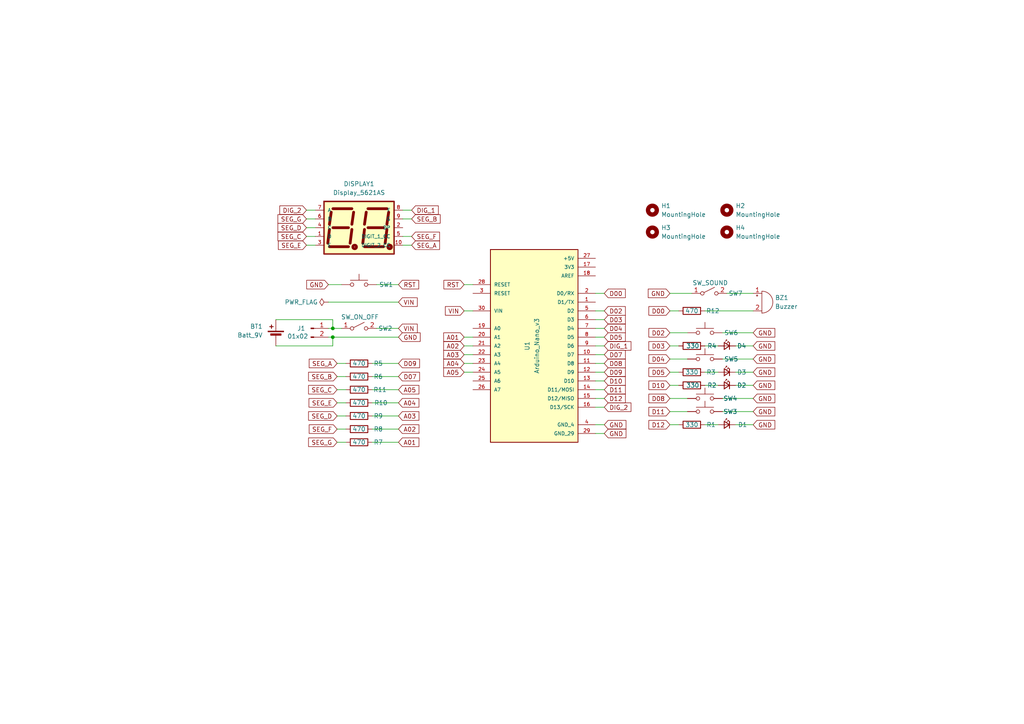
<source format=kicad_sch>
(kicad_sch (version 20250114) (generator "eeschema") (generator_version "9.0")
  (paper "A4")
  (lib_symbols
    (symbol "Connector:Conn_01x02_Pin" (pin_names (offset 1.016) (hide yes))
      (property "Reference" "J" (at 0 2.54 0))
      (property "Value" "Conn_01x02_Pin" (at 0 -5.08 0))
      (symbol "Conn_01x02_Pin_1_1"
        (rectangle (start 0.8636 0.127) (end 0 -0.127) (stroke (width 0.1524)) (fill (type outline)))
        (rectangle (start 0.8636 -2.413) (end 0 -2.667) (stroke (width 0.1524)) (fill (type outline)))
        (polyline (pts (xy 1.27 0) (xy 0.8636 0)) (stroke (width 0.1524)))
        (polyline (pts (xy 1.27 -2.54) (xy 0.8636 -2.54)) (stroke (width 0.1524)))
        (pin passive line (at 5.08 0 180) (length 3.81) (name "Pin_1") (number "1"))
        (pin passive line (at 5.08 -2.54 180) (length 3.81) (name "Pin_2") (number "2"))
      )
    )
    (symbol "Custom:Arduino_Nano_v3" (pin_names (offset 1.016))
      (property "Reference" "U1" (at -2.032 0 90))
      (property "Value" "Arduino_Nano_v3" (at 0.762 0 90))
      (symbol "Arduino_Nano_v3_0_0"
        (rectangle (start -12.7 27.94) (end 12.7 -27.94) (stroke (width 0.254)) (fill (type background)))
        (pin free line (at -17.78 17.78 0) (length 5.08) (name "RESET") (number "28"))
        (pin free line (at -17.78 15.24 0) (length 5.08) (name "RESET") (number "3"))
        (pin input line (at -17.78 10.16 0) (length 5.08) (name "VIN") (number "30"))
        (pin free line (at -17.78 5.08 0) (length 5.08) (name "A0") (number "19"))
        (pin input line (at -17.78 2.54 0) (length 5.08) (name "A1") (number "20"))
        (pin input line (at -17.78 0 0) (length 5.08) (name "A2") (number "21"))
        (pin input line (at -17.78 -2.54 0) (length 5.08) (name "A3") (number "22"))
        (pin input line (at -17.78 -5.08 0) (length 5.08) (name "A4") (number "23"))
        (pin input line (at -17.78 -7.62 0) (length 5.08) (name "A5") (number "24"))
        (pin free line (at -17.78 -10.16 0) (length 5.08) (name "A6") (number "25"))
        (pin free line (at -17.78 -12.7 0) (length 5.08) (name "A7") (number "26"))
        (pin free line (at 17.78 25.4 180) (length 5.08) (name "+5V") (number "27"))
        (pin free line (at 17.78 22.86 180) (length 5.08) (name "3V3") (number "17"))
        (pin free line (at 17.78 20.32 180) (length 5.08) (name "AREF") (number "18"))
        (pin bidirectional line (at 17.78 15.24 180) (length 5.08) (name "D0/RX") (number "2"))
        (pin free line (at 17.78 12.7 180) (length 5.08) (name "D1/TX") (number "1"))
        (pin bidirectional line (at 17.78 10.16 180) (length 5.08) (name "D2") (number "5"))
        (pin bidirectional line (at 17.78 7.62 180) (length 5.08) (name "D3") (number "6"))
        (pin bidirectional line (at 17.78 5.08 180) (length 5.08) (name "D4") (number "7"))
        (pin bidirectional line (at 17.78 2.54 180) (length 5.08) (name "D5") (number "8"))
        (pin bidirectional line (at 17.78 0 180) (length 5.08) (name "D6") (number "9"))
        (pin bidirectional line (at 17.78 -2.54 180) (length 5.08) (name "D7") (number "10"))
        (pin bidirectional line (at 17.78 -5.08 180) (length 5.08) (name "D8") (number "11"))
        (pin bidirectional line (at 17.78 -7.62 180) (length 5.08) (name "D9") (number "12"))
        (pin bidirectional line (at 17.78 -10.16 180) (length 5.08) (name "D10") (number "13"))
        (pin bidirectional line (at 17.78 -12.7 180) (length 5.08) (name "D11/MOSI") (number "14"))
        (pin bidirectional line (at 17.78 -15.24 180) (length 5.08) (name "D12/MISO") (number "15"))
        (pin bidirectional line (at 17.78 -17.78 180) (length 5.08) (name "D13/SCK") (number "16"))
        (pin passive line (at 17.78 -22.86 180) (length 5.08) (name "GND_4") (number "4"))
        (pin passive line (at 17.78 -25.4 180) (length 5.08) (name "GND_29") (number "29"))
      )
    )
    (symbol "Custom:Display_7S_CC_DIP10_VCC_C565S9" (pin_names (offset 1.016))
      (property "Reference" "FND1" (at 0 12.7 0))
      (property "Value" "Display_7S_CC_DIP10_5621AS-1" (at 0 10.16 0))
      (symbol "Display_7S_CC_DIP10_VCC_C565S9_0_0"
        (rectangle (start -10.16 -7.62) (end 10.16 7.62) (stroke (width 0.4064)) (fill (type background)))
        (polyline (pts (xy -8.5852 -0.508) (xy -9.0678 -4.4958)) (stroke (width 0.8128)))
        (polyline (pts (xy -8.5852 -5.5118) (xy -3.0734 -5.5118)) (stroke (width 0.8128)))
        (polyline (pts (xy -8.0772 4.4958) (xy -8.5852 0.9906)) (stroke (width 0.8128)))
        (polyline (pts (xy -7.5692 5.5118) (xy -2.0828 5.5118)) (stroke (width 0.8128)))
        (polyline (pts (xy -7.5692 0) (xy -3.0734 0)) (stroke (width 0.8128)))
        (polyline (pts (xy -2.0828 -0.508) (xy -2.5908 -4.4958)) (stroke (width 0.8128)))
        (polyline (pts (xy -1.5748 4.4958) (xy -2.0828 0.9906)) (stroke (width 0.8128)))
        (circle (center -1.27 -5.588) (radius 0.1016) (stroke (width 0.8128)))
        (polyline (pts (xy 1.5748 -0.508) (xy 1.0922 -4.4958)) (stroke (width 0.8128)))
        (polyline (pts (xy 1.5748 -5.5118) (xy 7.0866 -5.5118)) (stroke (width 0.8128)))
        (polyline (pts (xy 2.0828 4.4958) (xy 1.5748 0.9906)) (stroke (width 0.8128)))
        (polyline (pts (xy 2.5908 5.5118) (xy 8.0772 5.5118)) (stroke (width 0.8128)))
        (polyline (pts (xy 2.5908 0) (xy 7.0866 0)) (stroke (width 0.8128)))
        (polyline (pts (xy 8.0772 -0.508) (xy 7.5692 -4.4958)) (stroke (width 0.8128)))
        (polyline (pts (xy 8.5852 4.4958) (xy 8.0772 0.9906)) (stroke (width 0.8128)))
        (circle (center 8.89 -5.588) (radius 0.1016) (stroke (width 0.8128)))
        (pin bidirectional line (at -12.7 5.08 0) (length 2.54) (name "A") (number "7"))
        (pin bidirectional line (at -12.7 2.54 0) (length 2.54) (name "B") (number "6"))
        (pin bidirectional line (at -12.7 0 0) (length 2.54) (name "C") (number "4"))
        (pin bidirectional line (at -12.7 -2.54 0) (length 2.54) (name "D") (number "1"))
        (pin bidirectional line (at -12.7 -5.08 0) (length 2.54) (name "E") (number "3"))
        (pin bidirectional line (at 12.7 5.08 180) (length 2.54) (name "F") (number "8"))
        (pin bidirectional line (at 12.7 2.54 180) (length 2.54) (name "G") (number "9"))
        (pin free line (at 12.7 0 180) (length 2.54) (name "DP") (number "2"))
        (pin bidirectional line (at 12.7 -2.54 180) (length 2.54) (name "DIGIT_1_CC") (number "5"))
        (pin bidirectional line (at 12.7 -5.08 180) (length 2.54) (name "DIGIT_2_CC") (number "10"))
      )
    )
    (symbol "Device:Battery_Cell" (pin_numbers (hide yes)) (pin_names (offset 0) (hide yes))
      (property "Reference" "BT" (at 2.54 2.54 0))
      (property "Value" "Battery_Cell" (at 2.54 0 0))
      (symbol "Battery_Cell_0_1"
        (rectangle (start -2.286 1.778) (end 2.286 1.524) (fill (type outline)))
        (rectangle (start -1.524 1.016) (end 1.524 0.508) (fill (type outline)))
        (polyline (pts (xy 0 1.778) (xy 0 2.54)))
        (polyline (pts (xy 0 0.762) (xy 0 0)))
        (polyline (pts (xy 0.762 3.048) (xy 1.778 3.048)) (stroke (width 0.254)))
        (polyline (pts (xy 1.27 3.556) (xy 1.27 2.54)) (stroke (width 0.254)))
      )
      (symbol "Battery_Cell_1_1"
        (pin passive line (at 0 5.08 270) (length 2.54) (name "+") (number "1"))
        (pin passive line (at 0 -2.54 90) (length 2.54) (name "-") (number "2"))
      )
    )
    (symbol "Device:Buzzer" (pin_names (offset 0.0254) (hide yes))
      (property "Reference" "BZ" (at 3.81 1.27 0))
      (property "Value" "Buzzer" (at 3.81 -1.27 0))
      (symbol "Buzzer_0_1"
        (polyline (pts (xy -1.651 1.905) (xy -1.143 1.905)))
        (polyline (pts (xy -1.397 2.159) (xy -1.397 1.651)))
        (arc (start 0 3.175) (mid 3.1612 0) (end 0 -3.175))
        (polyline (pts (xy 0 3.175) (xy 0 -3.175)))
      )
      (symbol "Buzzer_1_1"
        (pin passive line (at -2.54 2.54 0) (length 2.54) (name "+") (number "1"))
        (pin passive line (at -2.54 -2.54 0) (length 2.54) (name "-") (number "2"))
      )
    )
    (symbol "Device:R" (pin_numbers (hide yes)) (pin_names (offset 0))
      (property "Reference" "R" (at 2.032 0 90))
      (property "Value" "R" (at 0 0 90))
      (symbol "R_0_1"
        (rectangle (start -1.016 -2.54) (end 1.016 2.54) (stroke (width 0.254)))
      )
      (symbol "R_1_1"
        (pin passive line (at 0 3.81 270) (length 1.27) (name "~") (number "1"))
        (pin passive line (at 0 -3.81 90) (length 1.27) (name "~") (number "2"))
      )
    )
    (symbol "Mechanical:MountingHole" (pin_names (offset 1.016)) (in_bom no)
      (property "Reference" "H" (at 0 5.08 0))
      (property "Value" "MountingHole" (at 0 3.175 0))
      (symbol "MountingHole_0_1"
        (circle (center 0 0) (radius 1.27) (stroke (width 1.27)))
      )
    )
    (symbol "PCM_SparkFun-LED:LED" (pin_numbers (hide yes)) (pin_names (offset 1.016) (hide yes))
      (property "Reference" "D" (at 0 2.54 0))
      (property "Value" "LED" (at 0 -2.54 0))
      (symbol "LED_0_1"
        (polyline (pts (xy -0.762 -1.016) (xy -0.762 1.016)) (stroke (width 0.254)))
        (polyline (pts (xy 0 0.762) (xy -0.508 1.27) (xy -0.254 1.27) (xy -0.508 1.27) (xy -0.508 1.016)))
        (polyline (pts (xy 0.508 1.27) (xy 0 1.778) (xy 0.254 1.778) (xy 0 1.778) (xy 0 1.524)))
        (polyline (pts (xy 0.762 -1.016) (xy -0.762 0) (xy 0.762 1.016) (xy 0.762 -1.016)) (stroke (width 0.254)))
        (polyline (pts (xy 1.016 0) (xy -0.762 0)))
      )
      (symbol "LED_1_1"
        (pin passive line (at -2.54 0 0) (length 1.778) (name "K") (number "1"))
        (pin passive line (at 2.54 0 180) (length 1.778) (name "A") (number "2"))
      )
    )
    (symbol "Switch:SW_Push" (pin_numbers (hide yes)) (pin_names (offset 1.016) (hide yes))
      (property "Reference" "SW" (at 1.27 2.54 0))
      (property "Value" "SW_Push" (at 0 -1.524 0))
      (symbol "SW_Push_0_1"
        (circle (center -2.032 0) (radius 0.508))
        (polyline (pts (xy 0 1.27) (xy 0 3.048)))
        (circle (center 2.032 0) (radius 0.508))
        (polyline (pts (xy 2.54 1.27) (xy -2.54 1.27)))
        (pin passive line (at -5.08 0 0) (length 2.54) (name "1") (number "1"))
        (pin passive line (at 5.08 0 180) (length 2.54) (name "2") (number "2"))
      )
    )
    (symbol "Switch:SW_SPST" (pin_names (offset 0) (hide yes))
      (property "Reference" "SW" (at 0 3.175 0))
      (property "Value" "SW_SPST" (at 0 -2.54 0))
      (symbol "SW_SPST_0_0"
        (circle (center -2.032 0) (radius 0.508))
        (polyline (pts (xy -1.524 0.254) (xy 1.524 1.778)))
        (circle (center 2.032 0) (radius 0.508))
      )
      (symbol "SW_SPST_1_1"
        (pin passive line (at -5.08 0 0) (length 2.54) (name "A") (number "1"))
        (pin passive line (at 5.08 0 180) (length 2.54) (name "B") (number "2"))
      )
    )
    (symbol "power:PWR_FLAG" (power) (pin_numbers (hide yes)) (pin_names (offset 0) (hide yes))
      (property "Value" "PWR_FLAG" (at 0 3.81 0))
      (symbol "PWR_FLAG_0_0"
        (pin power_out line (at 0 0 90) (length 0) (name "~") (number "1"))
      )
      (symbol "PWR_FLAG_0_1"
        (polyline (pts (xy 0 0) (xy 0 1.27) (xy -1.016 1.905) (xy 0 2.54) (xy 1.016 1.905) (xy 0 1.27)))
      )
    )
  )
  (junction (at 96.52 95.25))
  (junction (at 96.52 97.79))
  (wire (pts (xy 116.84 63.5) (xy 119.38 63.5)))
  (wire (pts (xy 194.31 123.19) (xy 196.85 123.19)))
  (wire (pts (xy 172.72 125.73) (xy 175.26 125.73)))
  (wire (pts (xy 218.44 115.57) (xy 209.55 115.57)))
  (wire (pts (xy 97.79 128.27) (xy 100.33 128.27)))
  (wire (pts (xy 134.62 90.17) (xy 137.16 90.17)))
  (wire (pts (xy 96.52 97.79) (xy 115.57 97.79)))
  (wire (pts (xy 96.52 95.25) (xy 99.06 95.25)))
  (wire (pts (xy 134.62 102.87) (xy 137.16 102.87)))
  (wire (pts (xy 97.79 109.22) (xy 100.33 109.22)))
  (wire (pts (xy 204.47 90.17) (xy 218.44 90.17)))
  (wire (pts (xy 88.9 66.04) (xy 91.44 66.04)))
  (wire (pts (xy 95.25 95.25) (xy 96.52 95.25)))
  (wire (pts (xy 97.79 120.65) (xy 100.33 120.65)))
  (wire (pts (xy 194.31 107.95) (xy 196.85 107.95)))
  (wire (pts (xy 134.62 100.33) (xy 137.16 100.33)))
  (wire (pts (xy 107.95 120.65) (xy 115.57 120.65)))
  (wire (pts (xy 88.9 71.12) (xy 91.44 71.12)))
  (wire (pts (xy 107.95 128.27) (xy 115.57 128.27)))
  (wire (pts (xy 194.31 104.14) (xy 199.39 104.14)))
  (wire (pts (xy 172.72 113.03) (xy 175.26 113.03)))
  (wire (pts (xy 194.31 100.33) (xy 196.85 100.33)))
  (wire (pts (xy 116.84 68.58) (xy 119.38 68.58)))
  (wire (pts (xy 88.9 63.5) (xy 91.44 63.5)))
  (wire (pts (xy 172.72 100.33) (xy 175.26 100.33)))
  (wire (pts (xy 97.79 105.41) (xy 100.33 105.41)))
  (wire (pts (xy 213.36 123.19) (xy 218.44 123.19)))
  (wire (pts (xy 134.62 97.79) (xy 137.16 97.79)))
  (wire (pts (xy 209.55 96.52) (xy 218.44 96.52)))
  (wire (pts (xy 213.36 107.95) (xy 218.44 107.95)))
  (wire (pts (xy 134.62 105.41) (xy 137.16 105.41)))
  (wire (pts (xy 172.72 115.57) (xy 175.26 115.57)))
  (wire (pts (xy 95.25 87.63) (xy 115.57 87.63)))
  (wire (pts (xy 107.95 105.41) (xy 115.57 105.41)))
  (wire (pts (xy 172.72 95.25) (xy 175.26 95.25)))
  (wire (pts (xy 194.31 119.38) (xy 199.39 119.38)))
  (wire (pts (xy 213.36 111.76) (xy 218.44 111.76)))
  (wire (pts (xy 194.31 85.09) (xy 200.66 85.09)))
  (wire (pts (xy 194.31 96.52) (xy 199.39 96.52)))
  (wire (pts (xy 172.72 107.95) (xy 175.26 107.95)))
  (wire (pts (xy 88.9 68.58) (xy 91.44 68.58)))
  (wire (pts (xy 213.36 100.33) (xy 218.44 100.33)))
  (wire (pts (xy 96.52 92.71) (xy 96.52 95.25)))
  (wire (pts (xy 95.25 82.55) (xy 99.06 82.55)))
  (wire (pts (xy 194.31 111.76) (xy 196.85 111.76)))
  (wire (pts (xy 107.95 124.46) (xy 115.57 124.46)))
  (wire (pts (xy 194.31 115.57) (xy 199.39 115.57)))
  (wire (pts (xy 97.79 124.46) (xy 100.33 124.46)))
  (wire (pts (xy 97.79 113.03) (xy 100.33 113.03)))
  (wire (pts (xy 107.95 109.22) (xy 115.57 109.22)))
  (wire (pts (xy 210.82 85.09) (xy 218.44 85.09)))
  (wire (pts (xy 107.95 113.03) (xy 115.57 113.03)))
  (wire (pts (xy 172.72 97.79) (xy 175.26 97.79)))
  (wire (pts (xy 96.52 100.33) (xy 96.52 97.79)))
  (wire (pts (xy 97.79 116.84) (xy 100.33 116.84)))
  (wire (pts (xy 172.72 118.11) (xy 175.26 118.11)))
  (wire (pts (xy 204.47 123.19) (xy 208.28 123.19)))
  (wire (pts (xy 88.9 60.96) (xy 91.44 60.96)))
  (wire (pts (xy 194.31 90.17) (xy 196.85 90.17)))
  (wire (pts (xy 107.95 116.84) (xy 115.57 116.84)))
  (wire (pts (xy 80.01 92.71) (xy 96.52 92.71)))
  (wire (pts (xy 134.62 82.55) (xy 137.16 82.55)))
  (wire (pts (xy 172.72 85.09) (xy 175.26 85.09)))
  (wire (pts (xy 134.62 107.95) (xy 137.16 107.95)))
  (wire (pts (xy 109.22 82.55) (xy 115.57 82.55)))
  (wire (pts (xy 172.72 102.87) (xy 175.26 102.87)))
  (wire (pts (xy 204.47 100.33) (xy 208.28 100.33)))
  (wire (pts (xy 172.72 105.41) (xy 175.26 105.41)))
  (wire (pts (xy 172.72 90.17) (xy 175.26 90.17)))
  (wire (pts (xy 109.22 95.25) (xy 115.57 95.25)))
  (wire (pts (xy 204.47 111.76) (xy 208.28 111.76)))
  (wire (pts (xy 172.72 110.49) (xy 175.26 110.49)))
  (wire (pts (xy 218.44 104.14) (xy 209.55 104.14)))
  (wire (pts (xy 116.84 71.12) (xy 119.38 71.12)))
  (wire (pts (xy 204.47 107.95) (xy 208.28 107.95)))
  (wire (pts (xy 116.84 60.96) (xy 119.38 60.96)))
  (wire (pts (xy 95.25 97.79) (xy 96.52 97.79)))
  (wire (pts (xy 80.01 100.33) (xy 96.52 100.33)))
  (wire (pts (xy 218.44 119.38) (xy 209.55 119.38)))
  (wire (pts (xy 172.72 123.19) (xy 175.26 123.19)))
  (wire (pts (xy 172.72 92.71) (xy 175.26 92.71)))
  (global_label "D00" (shape input) (at 194.31 90.17 180) (property "Intersheetrefs" "${INTERSHEET_REFS}" (effects (hide yes))))
  (global_label "GND" (shape input) (at 218.44 123.19 0) (property "Intersheetrefs" "${INTERSHEET_REFS}" (effects (hide yes))))
  (global_label "SEG_B" (shape input) (at 97.79 109.22 180) (property "Intersheetrefs" "${INTERSHEET_REFS}" (effects (hide yes))))
  (global_label "SEG_D" (shape input) (at 97.79 120.65 180) (property "Intersheetrefs" "${INTERSHEET_REFS}" (effects (hide yes))))
  (global_label "D02" (shape input) (at 175.26 90.17 0) (property "Intersheetrefs" "${INTERSHEET_REFS}" (effects (hide yes))))
  (global_label "D07" (shape input) (at 115.57 109.22 0) (property "Intersheetrefs" "${INTERSHEET_REFS}" (effects (hide yes))))
  (global_label "D00" (shape input) (at 175.26 85.09 0) (property "Intersheetrefs" "${INTERSHEET_REFS}" (effects (hide yes))))
  (global_label "D09" (shape input) (at 175.26 107.95 0) (property "Intersheetrefs" "${INTERSHEET_REFS}" (effects (hide yes))))
  (global_label "GND" (shape input) (at 218.44 111.76 0) (property "Intersheetrefs" "${INTERSHEET_REFS}" (effects (hide yes))))
  (global_label "A02" (shape input) (at 115.57 124.46 0) (property "Intersheetrefs" "${INTERSHEET_REFS}" (effects (hide yes))))
  (global_label "A03" (shape input) (at 115.57 120.65 0) (property "Intersheetrefs" "${INTERSHEET_REFS}" (effects (hide yes))))
  (global_label "D10" (shape input) (at 175.26 110.49 0) (property "Intersheetrefs" "${INTERSHEET_REFS}" (effects (hide yes))))
  (global_label "D12" (shape input) (at 194.31 123.19 180) (property "Intersheetrefs" "${INTERSHEET_REFS}" (effects (hide yes))))
  (global_label "VIN" (shape input) (at 134.62 90.17 180) (property "Intersheetrefs" "${INTERSHEET_REFS}" (effects (hide yes))))
  (global_label "SEG_F" (shape input) (at 97.79 124.46 180) (property "Intersheetrefs" "${INTERSHEET_REFS}" (effects (hide yes))))
  (global_label "D03" (shape input) (at 175.26 92.71 0) (property "Intersheetrefs" "${INTERSHEET_REFS}" (effects (hide yes))))
  (global_label "GND" (shape input) (at 115.57 97.79 0) (property "Intersheetrefs" "${INTERSHEET_REFS}" (effects (hide yes))))
  (global_label "D11" (shape input) (at 194.31 119.38 180) (property "Intersheetrefs" "${INTERSHEET_REFS}" (effects (hide yes))))
  (global_label "SEG_G" (shape input) (at 88.9 63.5 180) (property "Intersheetrefs" "${INTERSHEET_REFS}" (effects (hide yes))))
  (global_label "GND" (shape input) (at 175.26 123.19 0) (property "Intersheetrefs" "${INTERSHEET_REFS}" (effects (hide yes))))
  (global_label "D08" (shape input) (at 175.26 105.41 0) (property "Intersheetrefs" "${INTERSHEET_REFS}" (effects (hide yes))))
  (global_label "SEG_G" (shape input) (at 97.79 128.27 180) (property "Intersheetrefs" "${INTERSHEET_REFS}" (effects (hide yes))))
  (global_label "DIG_2" (shape input) (at 175.26 118.11 0) (property "Intersheetrefs" "${INTERSHEET_REFS}" (effects (hide yes))))
  (global_label "D07" (shape input) (at 175.26 102.87 0) (property "Intersheetrefs" "${INTERSHEET_REFS}" (effects (hide yes))))
  (global_label "SEG_D" (shape input) (at 88.9 66.04 180) (property "Intersheetrefs" "${INTERSHEET_REFS}" (effects (hide yes))))
  (global_label "GND" (shape input) (at 175.26 125.73 0) (property "Intersheetrefs" "${INTERSHEET_REFS}" (effects (hide yes))))
  (global_label "VIN" (shape input) (at 115.57 87.63 0) (property "Intersheetrefs" "${INTERSHEET_REFS}" (effects (hide yes))))
  (global_label "D10" (shape input) (at 194.31 111.76 180) (property "Intersheetrefs" "${INTERSHEET_REFS}" (effects (hide yes))))
  (global_label "GND" (shape input) (at 218.44 104.14 0) (property "Intersheetrefs" "${INTERSHEET_REFS}" (effects (hide yes))))
  (global_label "DIG_1" (shape input) (at 175.26 100.33 0) (property "Intersheetrefs" "${INTERSHEET_REFS}" (effects (hide yes))))
  (global_label "D05" (shape input) (at 194.31 107.95 180) (property "Intersheetrefs" "${INTERSHEET_REFS}" (effects (hide yes))))
  (global_label "VIN" (shape input) (at 115.57 95.25 0) (property "Intersheetrefs" "${INTERSHEET_REFS}" (effects (hide yes))))
  (global_label "A05" (shape input) (at 134.62 107.95 180) (property "Intersheetrefs" "${INTERSHEET_REFS}" (effects (hide yes))))
  (global_label "GND" (shape input) (at 218.44 115.57 0) (property "Intersheetrefs" "${INTERSHEET_REFS}" (effects (hide yes))))
  (global_label "DIG_1" (shape input) (at 119.38 60.96 0) (property "Intersheetrefs" "${INTERSHEET_REFS}" (effects (hide yes))))
  (global_label "GND" (shape input) (at 218.44 96.52 0) (property "Intersheetrefs" "${INTERSHEET_REFS}" (effects (hide yes))))
  (global_label "D08" (shape input) (at 194.31 115.57 180) (property "Intersheetrefs" "${INTERSHEET_REFS}" (effects (hide yes))))
  (global_label "RST" (shape input) (at 134.62 82.55 180) (property "Intersheetrefs" "${INTERSHEET_REFS}" (effects (hide yes))))
  (global_label "A05" (shape input) (at 115.57 113.03 0) (property "Intersheetrefs" "${INTERSHEET_REFS}" (effects (hide yes))))
  (global_label "A02" (shape input) (at 134.62 100.33 180) (property "Intersheetrefs" "${INTERSHEET_REFS}" (effects (hide yes))))
  (global_label "GND" (shape input) (at 95.25 82.55 180) (property "Intersheetrefs" "${INTERSHEET_REFS}" (effects (hide yes))))
  (global_label "A01" (shape input) (at 134.62 97.79 180) (property "Intersheetrefs" "${INTERSHEET_REFS}" (effects (hide yes))))
  (global_label "D11" (shape input) (at 175.26 113.03 0) (property "Intersheetrefs" "${INTERSHEET_REFS}" (effects (hide yes))))
  (global_label "D04" (shape input) (at 194.31 104.14 180) (property "Intersheetrefs" "${INTERSHEET_REFS}" (effects (hide yes))))
  (global_label "A04" (shape input) (at 115.57 116.84 0) (property "Intersheetrefs" "${INTERSHEET_REFS}" (effects (hide yes))))
  (global_label "SEG_A" (shape input) (at 119.38 71.12 0) (property "Intersheetrefs" "${INTERSHEET_REFS}" (effects (hide yes))))
  (global_label "D12" (shape input) (at 175.26 115.57 0) (property "Intersheetrefs" "${INTERSHEET_REFS}" (effects (hide yes))))
  (global_label "A04" (shape input) (at 134.62 105.41 180) (property "Intersheetrefs" "${INTERSHEET_REFS}" (effects (hide yes))))
  (global_label "A01" (shape input) (at 115.57 128.27 0) (property "Intersheetrefs" "${INTERSHEET_REFS}" (effects (hide yes))))
  (global_label "SEG_E" (shape input) (at 97.79 116.84 180) (property "Intersheetrefs" "${INTERSHEET_REFS}" (effects (hide yes))))
  (global_label "GND" (shape input) (at 218.44 100.33 0) (property "Intersheetrefs" "${INTERSHEET_REFS}" (effects (hide yes))))
  (global_label "RST" (shape input) (at 115.57 82.55 0) (property "Intersheetrefs" "${INTERSHEET_REFS}" (effects (hide yes))))
  (global_label "D05" (shape input) (at 175.26 97.79 0) (property "Intersheetrefs" "${INTERSHEET_REFS}" (effects (hide yes))))
  (global_label "SEG_C" (shape input) (at 97.79 113.03 180) (property "Intersheetrefs" "${INTERSHEET_REFS}" (effects (hide yes))))
  (global_label "DIG_2" (shape input) (at 88.9 60.96 180) (property "Intersheetrefs" "${INTERSHEET_REFS}" (effects (hide yes))))
  (global_label "GND" (shape input) (at 194.31 85.09 180) (property "Intersheetrefs" "${INTERSHEET_REFS}" (effects (hide yes))))
  (global_label "GND" (shape input) (at 218.44 107.95 0) (property "Intersheetrefs" "${INTERSHEET_REFS}" (effects (hide yes))))
  (global_label "GND" (shape input) (at 218.44 119.38 0) (property "Intersheetrefs" "${INTERSHEET_REFS}" (effects (hide yes))))
  (global_label "SEG_A" (shape input) (at 97.79 105.41 180) (property "Intersheetrefs" "${INTERSHEET_REFS}" (effects (hide yes))))
  (global_label "SEG_B" (shape input) (at 119.38 63.5 0) (property "Intersheetrefs" "${INTERSHEET_REFS}" (effects (hide yes))))
  (global_label "D02" (shape input) (at 194.31 96.52 180) (property "Intersheetrefs" "${INTERSHEET_REFS}" (effects (hide yes))))
  (global_label "SEG_E" (shape input) (at 88.9 71.12 180) (property "Intersheetrefs" "${INTERSHEET_REFS}" (effects (hide yes))))
  (global_label "A03" (shape input) (at 134.62 102.87 180) (property "Intersheetrefs" "${INTERSHEET_REFS}" (effects (hide yes))))
  (global_label "SEG_F" (shape input) (at 119.38 68.58 0) (property "Intersheetrefs" "${INTERSHEET_REFS}" (effects (hide yes))))
  (global_label "SEG_C" (shape input) (at 88.9 68.58 180) (property "Intersheetrefs" "${INTERSHEET_REFS}" (effects (hide yes))))
  (global_label "D03" (shape input) (at 194.31 100.33 180) (property "Intersheetrefs" "${INTERSHEET_REFS}" (effects (hide yes))))
  (global_label "D04" (shape input) (at 175.26 95.25 0) (property "Intersheetrefs" "${INTERSHEET_REFS}" (effects (hide yes))))
  (global_label "D09" (shape input) (at 115.57 105.41 0) (property "Intersheetrefs" "${INTERSHEET_REFS}" (effects (hide yes))))
  (symbol (lib_id "Device:R") (at 104.14 105.41 270) (mirror x) (unit 1)
    (property "Reference" "R5" (at 109.728 105.41 90))
    (property "Value" "470" (at 104.14 105.41 90))
    (property "Footprint" "Resistor_THT:R_Axial_DIN0204_L3.6mm_D1.6mm_P2.54mm_Vertical" (effects (hide yes)))
    (property "Description" "Resistor" (effects (hide yes)))
  )
  (symbol (lib_id "Switch:SW_SPST") (at 104.14 95.25 0) (unit 1)
    (property "Reference" "SW2" (at 111.76 95.25 0))
    (property "Value" "SW_ON_OFF" (at 104.394 91.948 0))
    (property "Footprint" "Button_Switch_THT:SW_DIP_SPSTx01_Slide_9.78x4.72mm_W7.62mm_P2.54mm" (effects (hide yes)))
    (property "Description" "Single Pole Single Throw (SPST) switch" (effects (hide yes)))
  )
  (symbol (lib_id "Device:R") (at 104.14 124.46 90) (unit 1)
    (property "Reference" "R8" (at 109.728 124.46 90))
    (property "Value" "470" (at 104.14 124.46 90))
    (property "Footprint" "Resistor_THT:R_Axial_DIN0204_L3.6mm_D1.6mm_P2.54mm_Vertical" (effects (hide yes)))
    (property "Description" "Resistor" (effects (hide yes)))
  )
  (symbol (lib_id "Switch:SW_Push") (at 204.47 104.14 0) (unit 1)
    (property "Reference" "SW5" (at 212.09 104.14 0))
    (property "Value" "SW_Push" (effects (hide yes)))
    (property "Footprint" "Button_Switch_THT:SW_PUSH_6mm_H9.5mm" (effects (hide yes)))
    (property "Description" "Push button switch, generic, two pins" (effects (hide yes)))
  )
  (symbol (lib_id "Device:R") (at 104.14 128.27 90) (unit 1)
    (property "Reference" "R7" (at 109.728 128.27 90))
    (property "Value" "470" (at 104.14 128.27 90))
    (property "Footprint" "Resistor_THT:R_Axial_DIN0204_L3.6mm_D1.6mm_P2.54mm_Vertical" (effects (hide yes)))
    (property "Description" "Resistor" (effects (hide yes)))
  )
  (symbol (lib_id "Switch:SW_Push") (at 204.47 96.52 0) (unit 1)
    (property "Reference" "SW6" (at 212.09 96.52 0))
    (property "Value" "SW_Push" (effects (hide yes)))
    (property "Footprint" "Button_Switch_THT:SW_PUSH_6mm_H9.5mm" (effects (hide yes)))
    (property "Description" "Push button switch, generic, two pins" (effects (hide yes)))
  )
  (symbol (lib_id "Switch:SW_Push") (at 104.14 82.55 0) (unit 1)
    (property "Reference" "SW1" (at 112.014 82.55 0))
    (property "Value" "SW_Push" (effects (hide yes)))
    (property "Footprint" "Button_Switch_THT:SW_PUSH_6mm_H9.5mm" (effects (hide yes)))
    (property "Description" "Push button switch, generic, two pins" (effects (hide yes)))
  )
  (symbol (lib_id "Device:R") (at 200.66 90.17 90) (unit 1)
    (property "Reference" "R12" (at 206.756 90.17 90))
    (property "Value" "470" (at 200.66 90.17 90))
    (property "Footprint" "Resistor_THT:R_Axial_DIN0204_L3.6mm_D1.6mm_P2.54mm_Vertical" (effects (hide yes)))
    (property "Description" "Resistor" (effects (hide yes)))
  )
  (symbol (lib_id "Device:R") (at 200.66 100.33 90) (unit 1)
    (property "Reference" "R4" (at 206.502 100.33 90))
    (property "Value" "330" (at 200.914 100.33 90))
    (property "Footprint" "Resistor_THT:R_Axial_DIN0204_L3.6mm_D1.6mm_P2.54mm_Vertical" (effects (hide yes)))
    (property "Description" "Resistor" (effects (hide yes)))
  )
  (symbol (lib_id "power:PWR_FLAG") (at 95.25 87.63 90) (unit 1)
    (property "Reference" "#FLG01" (effects (hide yes)))
    (property "Value" "PWR_FLAG" (at 92.202 87.63 90) (effects (justify left)))
    (property "Description" "Special symbol for telling ERC where power comes from" (effects (hide yes)))
  )
  (symbol (lib_id "Device:R") (at 200.66 123.19 90) (unit 1)
    (property "Reference" "R1" (at 206.248 123.19 90))
    (property "Value" "330" (at 200.66 123.19 90))
    (property "Footprint" "Resistor_THT:R_Axial_DIN0204_L3.6mm_D1.6mm_P2.54mm_Vertical" (effects (hide yes)))
    (property "Description" "Resistor" (effects (hide yes)))
  )
  (symbol (lib_id "Mechanical:MountingHole") (at 210.82 60.96 0) (unit 1) (in_bom no)
    (property "Reference" "H2" (at 213.36 59.6899 0) (effects (justify left)))
    (property "Value" "MountingHole" (at 213.36 62.2299 0) (effects (justify left)))
    (property "Footprint" "MountingHole:MountingHole_2mm" (effects (hide yes)))
    (property "Description" "Mounting Hole without connection" (effects (hide yes)))
  )
  (symbol (lib_id "Device:R") (at 104.14 120.65 90) (unit 1)
    (property "Reference" "R9" (at 109.728 120.65 90))
    (property "Value" "470" (at 104.14 120.65 90))
    (property "Footprint" "Resistor_THT:R_Axial_DIN0204_L3.6mm_D1.6mm_P2.54mm_Vertical" (effects (hide yes)))
    (property "Description" "Resistor" (effects (hide yes)))
  )
  (symbol (lib_id "Mechanical:MountingHole") (at 189.23 67.31 0) (unit 1) (in_bom no)
    (property "Reference" "H3" (at 191.77 66.0399 0) (effects (justify left)))
    (property "Value" "MountingHole" (at 191.77 68.5799 0) (effects (justify left)))
    (property "Footprint" "MountingHole:MountingHole_2mm" (effects (hide yes)))
    (property "Description" "Mounting Hole without connection" (effects (hide yes)))
  )
  (symbol (lib_id "Device:Buzzer") (at 220.98 87.63 0) (unit 1)
    (property "Reference" "BZ1" (at 224.79 86.3599 0) (effects (justify left)))
    (property "Value" "Buzzer" (at 224.79 88.8999 0) (effects (justify left)))
    (property "Footprint" "Buzzer_Beeper:Buzzer_12x9.5RM7.6" (effects (hide yes)))
    (property "Description" "Buzzer, polarized" (effects (hide yes)))
  )
  (symbol (lib_id "Device:Battery_Cell") (at 80.01 97.79 0) (mirror y) (unit 1)
    (property "Reference" "BT1" (at 76.2 94.6784 0) (effects (justify left)))
    (property "Value" "Batt_9V" (at 76.2 97.2184 0) (effects (justify left)))
    (property "Footprint" "Battery:BatteryHolder_Eagle_12BH611-GR" (effects (hide yes)))
    (property "Description" "Single-cell battery" (effects (hide yes)))
  )
  (symbol (lib_id "Mechanical:MountingHole") (at 210.82 67.31 0) (unit 1) (in_bom no)
    (property "Reference" "H4" (at 213.36 66.0399 0) (effects (justify left)))
    (property "Value" "MountingHole" (at 213.36 68.5799 0) (effects (justify left)))
    (property "Footprint" "MountingHole:MountingHole_2mm" (effects (hide yes)))
    (property "Description" "Mounting Hole without connection" (effects (hide yes)))
  )
  (symbol (lib_id "PCM_SparkFun-LED:LED") (at 210.82 107.95 0) (mirror y) (unit 1)
    (property "Reference" "D3" (at 215.138 107.95 0))
    (property "Value" "LED" (effects (hide yes)))
    (property "Footprint" "LED_THT:LED_D5.0mm" (effects (hide yes)))
    (property "Description" "Light emitting diode" (effects (hide yes)))
    (property "PROD_ID" "LED-" (effects (hide yes)))
  )
  (symbol (lib_id "Switch:SW_Push") (at 204.47 119.38 0) (unit 1)
    (property "Reference" "SW3" (at 211.836 119.38 0))
    (property "Value" "SW_Push" (effects (hide yes)))
    (property "Footprint" "Button_Switch_THT:SW_PUSH_6mm_H9.5mm" (effects (hide yes)))
    (property "Description" "Push button switch, generic, two pins" (effects (hide yes)))
  )
  (symbol (lib_id "PCM_SparkFun-LED:LED") (at 210.82 100.33 0) (mirror y) (unit 1)
    (property "Reference" "D4" (at 215.138 100.33 0))
    (property "Value" "LED" (effects (hide yes)))
    (property "Footprint" "LED_THT:LED_D5.0mm" (effects (hide yes)))
    (property "Description" "Light emitting diode" (effects (hide yes)))
    (property "PROD_ID" "LED-" (effects (hide yes)))
  )
  (symbol (lib_id "Device:R") (at 104.14 109.22 270) (mirror x) (unit 1)
    (property "Reference" "R6" (at 109.728 109.22 90))
    (property "Value" "470" (at 104.14 109.22 90))
    (property "Footprint" "Resistor_THT:R_Axial_DIN0204_L3.6mm_D1.6mm_P2.54mm_Vertical" (effects (hide yes)))
    (property "Description" "Resistor" (effects (hide yes)))
  )
  (symbol (lib_id "Device:R") (at 200.66 107.95 90) (unit 1)
    (property "Reference" "R3" (at 206.248 107.95 90))
    (property "Value" "330" (at 200.66 107.95 90))
    (property "Footprint" "Resistor_THT:R_Axial_DIN0204_L3.6mm_D1.6mm_P2.54mm_Vertical" (effects (hide yes)))
    (property "Description" "Resistor" (effects (hide yes)))
  )
  (symbol (lib_id "PCM_SparkFun-LED:LED") (at 210.82 111.76 0) (mirror y) (unit 1)
    (property "Reference" "D2" (at 215.138 111.76 0))
    (property "Value" "LED" (effects (hide yes)))
    (property "Footprint" "LED_THT:LED_D5.0mm" (effects (hide yes)))
    (property "Description" "Light emitting diode" (effects (hide yes)))
    (property "PROD_ID" "LED-" (effects (hide yes)))
  )
  (symbol (lib_id "Device:R") (at 104.14 116.84 90) (unit 1)
    (property "Reference" "R10" (at 110.49 116.84 90))
    (property "Value" "470" (at 104.14 116.84 90))
    (property "Footprint" "Resistor_THT:R_Axial_DIN0204_L3.6mm_D1.6mm_P2.54mm_Vertical" (effects (hide yes)))
    (property "Description" "Resistor" (effects (hide yes)))
  )
  (symbol (lib_id "Mechanical:MountingHole") (at 189.23 60.96 0) (unit 1) (in_bom no)
    (property "Reference" "H1" (at 191.77 59.6899 0) (effects (justify left)))
    (property "Value" "MountingHole" (at 191.77 62.2299 0) (effects (justify left)))
    (property "Footprint" "MountingHole:MountingHole_2mm" (effects (hide yes)))
    (property "Description" "Mounting Hole without connection" (effects (hide yes)))
  )
  (symbol (lib_id "Custom:Display_7S_CC_DIP10_VCC_C565S9") (at 104.14 66.04 0) (unit 1)
    (property "Reference" "DISPLAY1" (at 104.14 53.34 0))
    (property "Value" "Display_5621AS" (at 104.14 55.88 0))
    (property "Footprint" "Custom:Display_7S_CC_DIP10_VCC_C565S9" (effects (hide yes)))
    (property "Description" "Display LED 7-Segment 2 Character Common Cathode 1.8V 20mA (25x19x8.00mm) 10-DIP" (effects (hide yes)))
    (property "MP" "VAOD-C565S9-BW/43" (effects (hide yes)))
  )
  (symbol (lib_id "Custom:Arduino_Nano_v3") (at 154.94 100.33 0) (unit 1)
    (property "Reference" "U1" (at 152.908 100.33 90))
    (property "Value" "Arduino_Nano_v3" (at 155.702 100.33 90))
    (property "Footprint" "Custom:Arduino_Nano_v3" (effects (hide yes)))
    (property "Description" "Small, complete, and breadboard-friendly board based on the ATmega328 (Arduino Nano 3.x)" (effects (hide yes)))
    (property "MF" "Arduino" (effects (hide yes)))
    (property "Check_prices" "https://www.snapeda.com/parts/Arduino%20Nano/Arduino/view-part/?ref=eda" (effects (hide yes)))
    (property "MP" "Arduino Nano" (effects (hide yes)))
  )
  (symbol (lib_id "Switch:SW_Push") (at 204.47 115.57 0) (unit 1)
    (property "Reference" "SW4" (at 211.836 115.57 0))
    (property "Value" "SW_Push" (effects (hide yes)))
    (property "Footprint" "Button_Switch_THT:SW_PUSH_6mm_H9.5mm" (effects (hide yes)))
    (property "Description" "Push button switch, generic, two pins" (effects (hide yes)))
  )
  (symbol (lib_id "Device:R") (at 104.14 113.03 90) (unit 1)
    (property "Reference" "R11" (at 110.236 113.03 90))
    (property "Value" "470" (at 104.14 113.03 90))
    (property "Footprint" "Resistor_THT:R_Axial_DIN0204_L3.6mm_D1.6mm_P2.54mm_Vertical" (effects (hide yes)))
    (property "Description" "Resistor" (effects (hide yes)))
  )
  (symbol (lib_id "Device:R") (at 200.66 111.76 90) (unit 1)
    (property "Reference" "R2" (at 206.502 111.76 90))
    (property "Value" "330" (at 200.914 111.76 90))
    (property "Footprint" "Resistor_THT:R_Axial_DIN0204_L3.6mm_D1.6mm_P2.54mm_Vertical" (effects (hide yes)))
    (property "Description" "Resistor" (effects (hide yes)))
  )
  (symbol (lib_id "Connector:Conn_01x02_Pin") (at 90.17 95.25 0) (unit 1)
    (property "Reference" "J1" (at 87.376 95.25 0))
    (property "Value" "01x02" (at 86.36 97.536 0))
    (property "Footprint" "Resistor_THT:R_Axial_DIN0204_L3.6mm_D1.6mm_P2.54mm_Vertical" (effects (hide yes)))
    (property "Description" "Generic connector, single row, 01x02, script generated" (effects (hide yes)))
  )
  (symbol (lib_id "Switch:SW_SPST") (at 205.74 85.09 0) (unit 1)
    (property "Reference" "SW7" (at 213.36 85.09 0))
    (property "Value" "SW_SOUND" (at 205.994 82.042 0))
    (property "Footprint" "Button_Switch_THT:SW_DIP_SPSTx01_Slide_9.78x4.72mm_W7.62mm_P2.54mm" (effects (hide yes)))
    (property "Description" "Single Pole Single Throw (SPST) switch" (effects (hide yes)))
  )
  (symbol (lib_id "PCM_SparkFun-LED:LED") (at 210.82 123.19 0) (mirror y) (unit 1)
    (property "Reference" "D1" (at 215.392 123.19 0))
    (property "Value" "LED" (effects (hide yes)))
    (property "Footprint" "LED_THT:LED_D5.0mm" (effects (hide yes)))
    (property "Description" "Light emitting diode" (effects (hide yes)))
    (property "PROD_ID" "LED-" (effects (hide yes)))
  )
)
</source>
